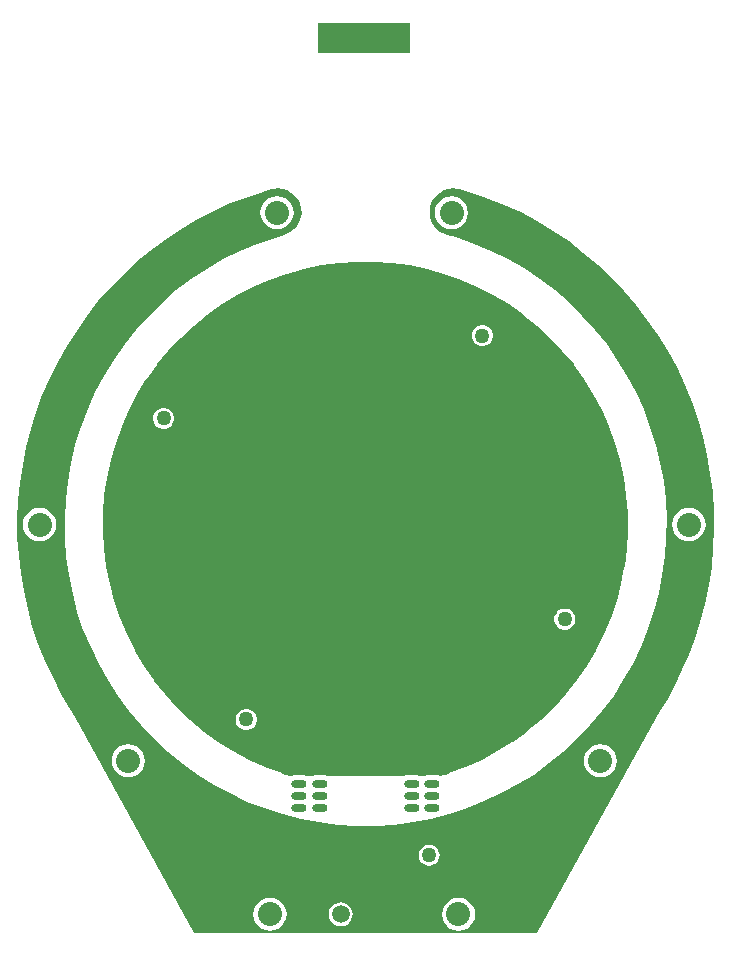
<source format=gbl>
%FSTAX23Y23*%
%MOIN*%
%SFA1B1*%

%IPPOS*%
%ADD12R,0.310000X0.100000*%
%ADD13C,0.080000*%
%ADD14O,0.051180X0.027560*%
%ADD15C,0.050000*%
%ADD16C,0.059060*%
%LNtransdutir_alinhado-1*%
%LPD*%
G36*
X00033Y02253D02*
X00092Y02249D01*
X00092Y02249*
X00151Y02241*
X00151Y02241*
X00209Y02229*
X0021Y02229*
X00266Y02213*
X00267Y02213*
X00322Y02193*
X00323Y02193*
X00377Y0217*
X00377Y02169*
X0043Y02142*
X0043Y02142*
X00481Y02112*
X00481Y02111*
X00529Y02078*
X0053Y02077*
X00576Y0204*
X00576Y0204*
X00619Y02*
X0062Y01999*
X0066Y01957*
X0066Y01956*
X00698Y01911*
X00698Y0191*
X00732Y01862*
X00733Y01862*
X00764Y01812*
X00764Y01811*
X00791Y01759*
X00792Y01759*
X00815Y01705*
X00816Y01704*
X00836Y01649*
X00836Y01648*
X00852Y01592*
X00852Y01591*
X00865Y01534*
X00865Y01533*
X00873Y01475*
X00873Y01474*
X00878Y01416*
X00878Y01415*
X00879Y01356*
X00879Y01356*
X00875Y01297*
X00875Y01296*
X00868Y01238*
X00867Y01237*
X00856Y0118*
X00856Y01179*
X00841Y01122*
X00841Y01122*
X00821Y01066*
X00821Y01065*
X00798Y01011*
X00798Y01011*
X00772Y00958*
X00771Y00957*
X00741Y00907*
X00741Y00906*
X00708Y00858*
X00707Y00857*
X00671Y00811*
X00671Y00811*
X00631Y00767*
X00631Y00767*
X00588Y00726*
X00588Y00726*
X00543Y00688*
X00542Y00687*
X00495Y00653*
X00494Y00652*
X00444Y00621*
X00444Y00621*
X00392Y00593*
X00391Y00593*
X00338Y00568*
X00337Y00568*
X00282Y00548*
X00281Y00547*
X00253Y00539*
X00251Y00539*
X00246Y00541*
X00238Y00542*
X00215*
X00207Y00541*
X00202Y00538*
X00182*
X00177Y00541*
X00169Y00542*
X00146*
X00138Y00541*
X00133Y00538*
X-00123*
X-00128Y00541*
X-00136Y00542*
X-00159*
X-00167Y00541*
X-00172Y00538*
X-00193*
X-00198Y00541*
X-00206Y00542*
X-00229*
X-00237Y00541*
X-00242Y00538*
X-00243*
X-00246Y00539*
X-00274Y00547*
X-00275Y00548*
X-0033Y00568*
X-00331Y00568*
X-00384Y00593*
X-00385Y00593*
X-00437Y00621*
X-00437Y00621*
X-00487Y00652*
X-00487Y00653*
X-00535Y00687*
X-00536Y00688*
X-00581Y00726*
X-00581Y00726*
X-00623Y00767*
X-00624Y00767*
X-00663Y00811*
X-00664Y00811*
X-007Y00857*
X-00701Y00858*
X-00734Y00906*
X-00734Y00907*
X-00764Y00957*
X-00765Y00958*
X-00791Y01011*
X-00814Y01065*
X-00814Y01066*
X-00833Y01122*
X-00834Y01122*
X-00849Y01179*
X-00849Y0118*
X-0086Y01237*
X-00861Y01238*
X-00868Y01296*
X-00868Y01297*
X-00871Y01356*
X-00871Y01356*
X-00871Y01415*
X-00871Y01416*
X-00866Y01474*
X-00866Y01475*
X-00858Y01533*
X-00858Y01534*
X-00845Y01591*
X-00845Y01592*
X-00829Y01648*
X-00829Y01649*
X-00809Y01704*
X-00808Y01705*
X-00784Y01759*
X-00784Y01759*
X-00757Y01811*
X-00756Y01812*
X-00726Y01862*
X-00725Y01862*
X-00691Y0191*
X-00691Y01911*
X-00653Y01956*
X-00653Y01957*
X-00613Y01999*
X-00612Y02*
X-00569Y0204*
X-00568Y0204*
X-00523Y02077*
X-00522Y02078*
X-00474Y02111*
X-00473Y02112*
X-00423Y02142*
X-00423Y02142*
X-0037Y02169*
X-0037Y0217*
X-00316Y02193*
X-00315Y02193*
X-0026Y02213*
X-00259Y02213*
X-00202Y02229*
X-00202Y02229*
X-00144Y02241*
X-00144Y02241*
X-00085Y02249*
X-00085Y02249*
X-00026Y02253*
X-00025Y02253*
X00032*
X00033Y02253*
G37*
G36*
X00311Y02497D02*
X00318Y02495D01*
X00348Y02487*
X00407Y02467*
X00465Y02444*
X00521Y02418*
X00576Y02388*
X00629Y02356*
X00681Y02322*
X0073Y02284*
X00778Y02244*
X00823Y02201*
X00866Y02156*
X00907Y02109*
X00944Y0206*
X0098Y02008*
X01012Y01955*
X01041Y01901*
X01068Y01844*
X01091Y01787*
X01112Y01728*
X01129Y01668*
X01143Y01608*
X01154Y01547*
X01161Y01485*
X01165Y01423*
X01166Y01361*
X01163Y01299*
X01158Y01237*
X01148Y01175*
X01136Y01114*
X0112Y01054*
X01101Y00995*
X01079Y00937*
X01067Y00908*
X01067Y00908*
X01057Y00885*
X01035Y00841*
X01011Y00797*
X00985Y00755*
X00971Y00734*
X00577Y00015*
X-00567*
X-00964Y00737*
X-0098Y00762*
X-01011Y00814*
X-01039Y00868*
X-01064Y00923*
X-01086Y0098*
X-01106Y01037*
X-01122Y01096*
X-01135Y01155*
X-01145Y01215*
X-01152Y01275*
X-01156Y01336*
X-01156Y01396*
X-01154Y01457*
X-01148Y01517*
X-01139Y01577*
X-01127Y01637*
X-01112Y01695*
X-01094Y01753*
X-01073Y0181*
X-01049Y01866*
X-01022Y0192*
X-00992Y01973*
X-00959Y02024*
X-00924Y02074*
X-00887Y02121*
X-00847Y02167*
X-00804Y0221*
X-0076Y02251*
X-00713Y0229*
X-00664Y02326*
X-00614Y0236*
X-00562Y02391*
X-00508Y02419*
X-00453Y02445*
X-00397Y02467*
X-00339Y02487*
X-0031Y02495*
X-0031*
X-00302Y02497*
X-00287Y02498*
X-00272Y02496*
X-00257Y02492*
X-00243Y02484*
X-00231Y02474*
X-00222Y02462*
X-00215Y02448*
X-00211Y02433*
X-00209Y02417*
X-00211Y02402*
X-00216Y02387*
X-00224Y02374*
X-00234Y02362*
X-00246Y02352*
X-0026Y02345*
X-00267Y02343*
Y02343*
X-00297Y02334*
X-00356Y02314*
X-00414Y02289*
X-0047Y02261*
X-00524Y0223*
X-00576Y02195*
X-00626Y02158*
X-00673Y02117*
X-00718Y02073*
X-0076Y02027*
X-00799Y01978*
X-00835Y01926*
X-00868Y01873*
X-00897Y01818*
X-00922Y01761*
X-00945Y01702*
X-00963Y01642*
X-00978Y01582*
X-00988Y0152*
X-00995Y01458*
X-00998Y01395*
X-00998Y01333*
X-00993Y0127*
X-00984Y01208*
X-00972Y01147*
X-00956Y01087*
X-00936Y01027*
X-00912Y00969*
X-00885Y00913*
X-00854Y00858*
X-0082Y00806*
X-00783Y00756*
X-00743Y00708*
X-007Y00662*
X-00654Y0062*
X-00605Y0058*
X-00555Y00544*
X-00502Y0051*
X-00447Y00481*
X-0039Y00454*
X-00332Y00431*
X-00272Y00412*
X-00211Y00397*
X-0015Y00385*
X-00088Y00377*
X-00025Y00374*
X00036Y00374*
X00099Y00377*
X00161Y00385*
X00222Y00397*
X00283Y00412*
X00342Y00432*
X004Y00455*
X00457Y00481*
X00512Y00511*
X00565Y00544*
X00616Y00581*
X00664Y0062*
X0071Y00663*
X00753Y00708*
X00793Y00756*
X00831Y00807*
X00864Y00859*
X00895Y00914*
X00922Y0097*
X00946Y01028*
X00966Y01088*
X00982Y01148*
X00994Y01209*
X01003Y01271*
X01007Y01334*
X01008Y01396*
X01005Y01459*
X00998Y01521*
X00987Y01583*
X00972Y01643*
X00954Y01703*
X00932Y01762*
X00906Y01819*
X00877Y01874*
X00844Y01927*
X00808Y01979*
X00769Y02027*
X00727Y02074*
X00682Y02118*
X00635Y02158*
X00585Y02196*
X00533Y02231*
X00478Y02262*
X00422Y0229*
X00365Y02314*
X00306Y02335*
X00276Y02344*
X00268Y02346*
X00254Y02353*
X00242Y02362*
X00232Y02374*
X00224Y02388*
X0022Y02402*
X00218Y02418*
X00219Y02433*
X00223Y02448*
X0023Y02462*
X0024Y02474*
X00252Y02484*
X00265Y02492*
X0028Y02497*
X00295Y02498*
X00311Y02497*
G37*
%LNtransdutir_alinhado-2*%
%LPC*%
G36*
X00398Y02042D02*
X00389D01*
X0038Y0204*
X00372Y02035*
X00365Y02029*
X00361Y02021*
X00358Y02012*
Y02003*
X00361Y01994*
X00365Y01986*
X00372Y01979*
X0038Y01975*
X00389Y01972*
X00398*
X00407Y01975*
X00415Y01979*
X00421Y01986*
X00426Y01994*
X00428Y02003*
Y02012*
X00426Y02021*
X00421Y02029*
X00415Y02035*
X00407Y0204*
X00398Y02042*
G37*
G36*
X-00664Y01767D02*
X-00673D01*
X-00682Y01764*
X-0069Y0176*
X-00697Y01753*
X-00701Y01745*
X-00704Y01736*
Y01727*
X-00701Y01718*
X-00697Y0171*
X-0069Y01704*
X-00682Y01699*
X-00673Y01697*
X-00664*
X-00655Y01699*
X-00647Y01704*
X-00641Y0171*
X-00636Y01718*
X-00634Y01727*
Y01736*
X-00636Y01745*
X-00641Y01753*
X-00647Y0176*
X-00655Y01764*
X-00664Y01767*
G37*
G36*
X00673Y01097D02*
X00664D01*
X00655Y01095*
X00647Y01091*
X00641Y01084*
X00636Y01076*
X00634Y01067*
Y01058*
X00636Y01049*
X00641Y01041*
X00647Y01034*
X00655Y0103*
X00664Y01027*
X00673*
X00682Y0103*
X0069Y01034*
X00697Y01041*
X00701Y01049*
X00704Y01058*
Y01067*
X00701Y01076*
X00697Y01084*
X0069Y01091*
X00682Y01095*
X00673Y01097*
G37*
G36*
X-00389Y00763D02*
X-00398D01*
X-00407Y0076*
X-00415Y00756*
X-00421Y00749*
X-00426Y00741*
X-00428Y00732*
Y00723*
X-00426Y00714*
X-00421Y00706*
X-00415Y007*
X-00407Y00695*
X-00398Y00693*
X-00389*
X-0038Y00695*
X-00372Y007*
X-00365Y00706*
X-00361Y00714*
X-00358Y00723*
Y00732*
X-00361Y00741*
X-00365Y00749*
X-00372Y00756*
X-0038Y0076*
X-00389Y00763*
G37*
G36*
X00291Y02472D02*
X00276Y0247D01*
X00263Y02465*
X00252Y02456*
X00243Y02445*
X00237Y02431*
X00235Y02417*
X00237Y02402*
X00243Y02389*
X00252Y02378*
X00263Y02369*
X00276Y02363*
X00291Y02361*
X00305Y02363*
X00319Y02369*
X0033Y02378*
X00339Y02389*
X00344Y02402*
X00346Y02417*
X00344Y02431*
X00339Y02445*
X0033Y02456*
X00319Y02465*
X00305Y0247*
X00291Y02472*
G37*
G36*
X-00291D02*
X-00305Y0247D01*
X-00319Y02465*
X-0033Y02456*
X-00339Y02445*
X-00344Y02431*
X-00346Y02417*
X-00344Y02402*
X-00339Y02389*
X-0033Y02378*
X-00319Y02369*
X-00305Y02363*
X-00291Y02361*
X-00276Y02363*
X-00263Y02369*
X-00252Y02378*
X-00243Y02389*
X-00237Y02402*
X-00235Y02417*
X-00237Y02431*
X-00243Y02445*
X-00252Y02456*
X-00263Y02465*
X-00276Y0247*
X-00291Y02472*
G37*
G36*
X01082Y01433D02*
X01068Y01431D01*
X01054Y01425*
X01043Y01417*
X01034Y01405*
X01029Y01392*
X01027Y01377*
X01029Y01363*
X01034Y0135*
X01043Y01338*
X01054Y01329*
X01068Y01324*
X01082Y01322*
X01097Y01324*
X0111Y01329*
X01121Y01338*
X0113Y0135*
X01136Y01363*
X01138Y01377*
X01136Y01392*
X0113Y01405*
X01121Y01417*
X0111Y01425*
X01097Y01431*
X01082Y01433*
G37*
G36*
X-01082D02*
X-01097Y01431D01*
X-0111Y01425*
X-01121Y01417*
X-0113Y01405*
X-01136Y01392*
X-01138Y01377*
X-01136Y01363*
X-0113Y0135*
X-01121Y01338*
X-0111Y01329*
X-01097Y01324*
X-01082Y01322*
X-01068Y01324*
X-01054Y01329*
X-01043Y01338*
X-01034Y0135*
X-01029Y01363*
X-01027Y01377*
X-01029Y01392*
X-01034Y01405*
X-01043Y01417*
X-01054Y01425*
X-01068Y01431*
X-01082Y01433*
G37*
G36*
X00787Y00646D02*
X00773Y00644D01*
X00759Y00638*
X00748Y00629*
X00739Y00618*
X00733Y00604*
X00731Y0059*
X00733Y00576*
X00739Y00562*
X00748Y00551*
X00759Y00542*
X00773Y00536*
X00787Y00535*
X00801Y00536*
X00815Y00542*
X00826Y00551*
X00835Y00562*
X0084Y00576*
X00842Y0059*
X0084Y00604*
X00835Y00618*
X00826Y00629*
X00815Y00638*
X00801Y00644*
X00787Y00646*
G37*
G36*
X-00787D02*
X-00801Y00644D01*
X-00815Y00638*
X-00826Y00629*
X-00835Y00618*
X-0084Y00604*
X-00842Y0059*
X-0084Y00576*
X-00835Y00562*
X-00826Y00551*
X-00815Y00542*
X-00801Y00536*
X-00787Y00535*
X-00773Y00536*
X-00759Y00542*
X-00748Y00551*
X-00739Y00562*
X-00733Y00576*
X-00731Y0059*
X-00733Y00604*
X-00739Y00618*
X-00748Y00629*
X-00759Y00638*
X-00773Y00644*
X-00787Y00646*
G37*
G36*
X00216Y0031D02*
X00207Y00309D01*
X00198Y00306*
X00191Y003*
X00185Y00293*
X00182Y00284*
X00181Y00275*
X00182Y00266*
X00185Y00257*
X00191Y0025*
X00198Y00245*
X00207Y00241*
X00216Y0024*
X00225Y00241*
X00234Y00245*
X00241Y0025*
X00247Y00257*
X0025Y00266*
X00251Y00275*
X0025Y00284*
X00247Y00293*
X00241Y003*
X00234Y00306*
X00225Y00309*
X00216Y0031*
G37*
G36*
X-00078Y00118D02*
X-00089Y00117D01*
X-00098Y00113*
X-00106Y00106*
X-00113Y00098*
X-00117Y00089*
X-00118Y00078*
X-00117Y00068*
X-00113Y00058*
X-00106Y0005*
X-00098Y00044*
X-00089Y0004*
X-00078Y00038*
X-00068Y0004*
X-00058Y00044*
X-0005Y0005*
X-00044Y00058*
X-0004Y00068*
X-00038Y00078*
X-0004Y00089*
X-00044Y00098*
X-0005Y00106*
X-00058Y00113*
X-00068Y00117*
X-00078Y00118*
G37*
G36*
X00314Y00134D02*
X003Y00132D01*
X00287Y00126*
X00275Y00117*
X00266Y00106*
X00261Y00093*
X00259Y00078*
X00261Y00064*
X00266Y00051*
X00275Y00039*
X00287Y0003*
X003Y00025*
X00314Y00023*
X00329Y00025*
X00342Y0003*
X00354Y00039*
X00363Y00051*
X00368Y00064*
X0037Y00078*
X00368Y00093*
X00363Y00106*
X00354Y00117*
X00342Y00126*
X00329Y00132*
X00314Y00134*
G37*
G36*
X-00314D02*
X-00329Y00132D01*
X-00342Y00126*
X-00354Y00117*
X-00363Y00106*
X-00368Y00093*
X-0037Y00078*
X-00368Y00064*
X-00363Y00051*
X-00354Y00039*
X-00342Y0003*
X-00329Y00025*
X-00314Y00023*
X-003Y00025*
X-00287Y0003*
X-00275Y00039*
X-00266Y00051*
X-00261Y00064*
X-00259Y00078*
X-00261Y00093*
X-00266Y00106*
X-00275Y00117*
X-00287Y00126*
X-003Y00132*
X-00314Y00134*
G37*
%LNtransdutir_alinhado-3*%
%LPD*%
G54D12*
X0Y03D03*
G54D13*
X-00314Y00078D03*
X00314D03*
X00787Y0059D03*
X-00787D03*
X01082Y01377D03*
X-01082D03*
X-00291Y02417D03*
X00291D03*
G54D14*
X-00148Y00433D03*
D03*
D03*
D03*
X-00218D03*
D03*
Y00473D03*
D03*
D03*
Y00433D03*
D03*
Y00473D03*
Y00513D03*
X-00148Y00473D03*
Y00513D03*
X00158Y00433D03*
D03*
D03*
D03*
X00227D03*
D03*
D03*
D03*
X-00148Y00473D03*
D03*
D03*
X00158D03*
D03*
D03*
D03*
X00227D03*
D03*
D03*
D03*
Y00513D03*
X00158D03*
X-00218D03*
D03*
D03*
X-00148D03*
D03*
D03*
X00158D03*
D03*
D03*
X00227D03*
D03*
D03*
G54D15*
X00393Y00728D03*
X-00393D03*
X-00216Y00275D03*
X00216D03*
X00669Y01062D03*
Y01732D03*
X00393Y02007D03*
X-00669Y01062D03*
X-00393Y02007D03*
X-00669Y01732D03*
G54D16*
X-00078Y00078D03*
X00078D03*
M02*
</source>
